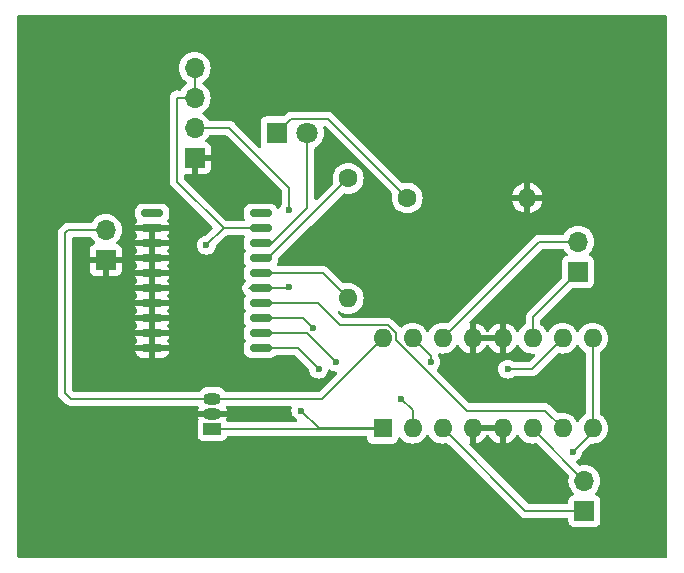
<source format=gtl>
G04 #@! TF.GenerationSoftware,KiCad,Pcbnew,8.0.1*
G04 #@! TF.CreationDate,2024-05-12T16:03:36-04:00*
G04 #@! TF.ProjectId,recyclobot_main,72656379-636c-46f6-926f-745f6d61696e,rev?*
G04 #@! TF.SameCoordinates,Original*
G04 #@! TF.FileFunction,Copper,L1,Top*
G04 #@! TF.FilePolarity,Positive*
%FSLAX46Y46*%
G04 Gerber Fmt 4.6, Leading zero omitted, Abs format (unit mm)*
G04 Created by KiCad (PCBNEW 8.0.1) date 2024-05-12 16:03:36*
%MOMM*%
%LPD*%
G01*
G04 APERTURE LIST*
G04 Aperture macros list*
%AMRoundRect*
0 Rectangle with rounded corners*
0 $1 Rounding radius*
0 $2 $3 $4 $5 $6 $7 $8 $9 X,Y pos of 4 corners*
0 Add a 4 corners polygon primitive as box body*
4,1,4,$2,$3,$4,$5,$6,$7,$8,$9,$2,$3,0*
0 Add four circle primitives for the rounded corners*
1,1,$1+$1,$2,$3*
1,1,$1+$1,$4,$5*
1,1,$1+$1,$6,$7*
1,1,$1+$1,$8,$9*
0 Add four rect primitives between the rounded corners*
20,1,$1+$1,$2,$3,$4,$5,0*
20,1,$1+$1,$4,$5,$6,$7,0*
20,1,$1+$1,$6,$7,$8,$9,0*
20,1,$1+$1,$8,$9,$2,$3,0*%
G04 Aperture macros list end*
G04 #@! TA.AperFunction,ComponentPad*
%ADD10R,1.500000X1.050000*%
G04 #@! TD*
G04 #@! TA.AperFunction,ComponentPad*
%ADD11O,1.500000X1.050000*%
G04 #@! TD*
G04 #@! TA.AperFunction,ComponentPad*
%ADD12R,1.600000X1.600000*%
G04 #@! TD*
G04 #@! TA.AperFunction,ComponentPad*
%ADD13O,1.600000X1.600000*%
G04 #@! TD*
G04 #@! TA.AperFunction,SMDPad,CuDef*
%ADD14RoundRect,0.150000X-0.800000X-0.150000X0.800000X-0.150000X0.800000X0.150000X-0.800000X0.150000X0*%
G04 #@! TD*
G04 #@! TA.AperFunction,ComponentPad*
%ADD15C,1.600000*%
G04 #@! TD*
G04 #@! TA.AperFunction,ComponentPad*
%ADD16R,1.700000X1.700000*%
G04 #@! TD*
G04 #@! TA.AperFunction,ComponentPad*
%ADD17O,1.700000X1.700000*%
G04 #@! TD*
G04 #@! TA.AperFunction,ComponentPad*
%ADD18R,1.800000X1.800000*%
G04 #@! TD*
G04 #@! TA.AperFunction,ComponentPad*
%ADD19C,1.800000*%
G04 #@! TD*
G04 #@! TA.AperFunction,ViaPad*
%ADD20C,0.600000*%
G04 #@! TD*
G04 #@! TA.AperFunction,Conductor*
%ADD21C,0.200000*%
G04 #@! TD*
G04 APERTURE END LIST*
D10*
X137000000Y-100540000D03*
D11*
X137000000Y-99270000D03*
X137000000Y-98000000D03*
D12*
X151420000Y-100500000D03*
D13*
X153960000Y-100500000D03*
X156500000Y-100500000D03*
X159040000Y-100500000D03*
X161580000Y-100500000D03*
X164120000Y-100500000D03*
X166660000Y-100500000D03*
X169200000Y-100500000D03*
X169200000Y-92880000D03*
X166660000Y-92880000D03*
X164120000Y-92880000D03*
X161580000Y-92880000D03*
X159040000Y-92880000D03*
X156500000Y-92880000D03*
X153960000Y-92880000D03*
X151420000Y-92880000D03*
D14*
X141100000Y-82285000D03*
X141100000Y-83555000D03*
X141100000Y-84825000D03*
X141100000Y-86095000D03*
X141100000Y-87365000D03*
X141100000Y-88635000D03*
X141100000Y-89905000D03*
X141100000Y-91175000D03*
X141100000Y-92445000D03*
X141100000Y-93715000D03*
X131900000Y-93715000D03*
X131900000Y-92445000D03*
X131900000Y-91175000D03*
X131900000Y-89905000D03*
X131900000Y-88635000D03*
X131900000Y-87365000D03*
X131900000Y-86095000D03*
X131900000Y-84825000D03*
X131900000Y-83555000D03*
X131900000Y-82285000D03*
D15*
X153500000Y-81000000D03*
D13*
X163660000Y-81000000D03*
D15*
X148500000Y-79340000D03*
D13*
X148500000Y-89500000D03*
D16*
X135500000Y-77620000D03*
D17*
X135500000Y-75080000D03*
X135500000Y-72540000D03*
X135500000Y-70000000D03*
D16*
X168500000Y-107500000D03*
D17*
X168500000Y-104960000D03*
D16*
X167975000Y-87250000D03*
D17*
X167975000Y-84710000D03*
D16*
X127975000Y-86250000D03*
D17*
X127975000Y-83710000D03*
D18*
X142500000Y-75500000D03*
D19*
X145040000Y-75500000D03*
D20*
X143500000Y-82000000D03*
X143500000Y-88500000D03*
X141500000Y-99700003D03*
X141000000Y-104000000D03*
X141500000Y-99000000D03*
X161000000Y-70000000D03*
X154500000Y-106000000D03*
X131000000Y-103500000D03*
X125000000Y-70500000D03*
X171000000Y-73000000D03*
X167500000Y-102500000D03*
X153000000Y-98000000D03*
X145500000Y-92000000D03*
X155500000Y-94900000D03*
X147500000Y-94900000D03*
X146000000Y-95500000D03*
X162000000Y-95500000D03*
X136500000Y-85000000D03*
X144500000Y-99000000D03*
D21*
X135500000Y-75080000D02*
X138428529Y-75080000D01*
X138428529Y-75080000D02*
X143500000Y-80151471D01*
X143500000Y-80151471D02*
X143500000Y-82000000D01*
X143500000Y-88500000D02*
X143365000Y-88635000D01*
X143365000Y-88635000D02*
X141100000Y-88635000D01*
X135620000Y-77500000D02*
X135500000Y-77620000D01*
X141500000Y-99000000D02*
X141500000Y-99700003D01*
X136500000Y-79500000D02*
X136500000Y-79400000D01*
X141100000Y-83555000D02*
X137945000Y-83555000D01*
X164120000Y-92880000D02*
X164120000Y-91105000D01*
X164120000Y-91105000D02*
X167975000Y-87250000D01*
X167975000Y-84710000D02*
X164670000Y-84710000D01*
X164670000Y-84710000D02*
X156500000Y-92880000D01*
X169200000Y-100800000D02*
X167500000Y-102500000D01*
X169200000Y-100500000D02*
X169200000Y-100800000D01*
X169200000Y-100500000D02*
X169200000Y-92880000D01*
X168500000Y-104960000D02*
X164120000Y-100580000D01*
X164120000Y-100580000D02*
X164120000Y-100500000D01*
X156500000Y-100500000D02*
X163500000Y-107500000D01*
X163500000Y-107500000D02*
X168500000Y-107500000D01*
X141100000Y-91175000D02*
X144675000Y-91175000D01*
X144675000Y-91175000D02*
X145500000Y-92000000D01*
X153000000Y-98000000D02*
X153960000Y-98960000D01*
X153960000Y-98960000D02*
X153960000Y-100500000D01*
X141100000Y-92445000D02*
X145045000Y-92445000D01*
X155500000Y-94900000D02*
X155500000Y-94420000D01*
X155500000Y-94420000D02*
X153960000Y-92880000D01*
X145045000Y-92445000D02*
X147500000Y-94900000D01*
X162000000Y-95500000D02*
X164040000Y-95500000D01*
X141100000Y-93715000D02*
X144215000Y-93715000D01*
X164040000Y-95500000D02*
X166660000Y-92880000D01*
X144215000Y-93715000D02*
X146000000Y-95500000D01*
X141100000Y-89905000D02*
X145905000Y-89905000D01*
X158524365Y-99000000D02*
X165160000Y-99000000D01*
X145905000Y-89905000D02*
X147780000Y-91780000D01*
X147780000Y-91780000D02*
X151875635Y-91780000D01*
X151875635Y-91780000D02*
X152520000Y-92424365D01*
X152520000Y-92424365D02*
X152520000Y-92995635D01*
X152520000Y-92995635D02*
X158524365Y-99000000D01*
X165160000Y-99000000D02*
X166660000Y-100500000D01*
X148500000Y-89500000D02*
X146365000Y-87365000D01*
X146365000Y-87365000D02*
X141100000Y-87365000D01*
X141100000Y-86095000D02*
X141745000Y-86095000D01*
X141745000Y-86095000D02*
X148500000Y-79340000D01*
X145040000Y-75500000D02*
X145040000Y-81834999D01*
X145040000Y-81834999D02*
X142049999Y-84825000D01*
X142049999Y-84825000D02*
X141100000Y-84825000D01*
X142500000Y-75500000D02*
X143700000Y-74300000D01*
X143700000Y-74300000D02*
X146800000Y-74300000D01*
X146800000Y-74300000D02*
X153500000Y-81000000D01*
X135500000Y-75080000D02*
X135500000Y-75500000D01*
X135500000Y-75500000D02*
X135680000Y-75500000D01*
X140135000Y-88635000D02*
X141100000Y-88635000D01*
X135500000Y-72540000D02*
X135500000Y-70000000D01*
X134000000Y-79610000D02*
X134000000Y-72500000D01*
X137945000Y-83555000D02*
X134000000Y-79610000D01*
X134000000Y-72500000D02*
X134040000Y-72540000D01*
X134040000Y-72540000D02*
X135500000Y-72540000D01*
X136500000Y-85000000D02*
X137945000Y-83555000D01*
X151420000Y-100500000D02*
X146000000Y-100500000D01*
X146000000Y-100500000D02*
X144500000Y-99000000D01*
X137000000Y-100540000D02*
X151380000Y-100540000D01*
X151380000Y-100540000D02*
X151420000Y-100500000D01*
X137000000Y-98000000D02*
X146300000Y-98000000D01*
X146300000Y-98000000D02*
X151420000Y-92880000D01*
X127975000Y-83710000D02*
X124790000Y-83710000D01*
X124500000Y-97500000D02*
X125000000Y-98000000D01*
X124790000Y-83710000D02*
X124500000Y-84000000D01*
X124500000Y-84000000D02*
X124500000Y-97500000D01*
X125000000Y-98000000D02*
X137000000Y-98000000D01*
G04 #@! TA.AperFunction,Conductor*
G36*
X161830000Y-101778872D02*
G01*
X162026317Y-101726269D01*
X162026326Y-101726265D01*
X162232482Y-101630134D01*
X162418820Y-101499657D01*
X162579657Y-101338820D01*
X162710132Y-101152484D01*
X162737341Y-101094134D01*
X162783513Y-101041695D01*
X162850707Y-101022542D01*
X162917588Y-101042757D01*
X162962106Y-101094133D01*
X162989431Y-101152732D01*
X162989432Y-101152734D01*
X163119954Y-101339141D01*
X163280858Y-101500045D01*
X163280861Y-101500047D01*
X163467266Y-101630568D01*
X163673504Y-101726739D01*
X163893308Y-101785635D01*
X164033932Y-101797938D01*
X164119998Y-101805468D01*
X164120000Y-101805468D01*
X164120002Y-101805468D01*
X164151421Y-101802719D01*
X164346692Y-101785635D01*
X164346700Y-101785633D01*
X164371935Y-101778871D01*
X164379835Y-101776754D01*
X164449685Y-101778415D01*
X164499612Y-101808847D01*
X167167233Y-104476468D01*
X167200718Y-104537791D01*
X167199327Y-104596241D01*
X167164939Y-104724583D01*
X167164936Y-104724596D01*
X167144341Y-104959999D01*
X167144341Y-104960000D01*
X167164936Y-105195403D01*
X167164938Y-105195413D01*
X167226094Y-105423655D01*
X167226096Y-105423659D01*
X167226097Y-105423663D01*
X167325965Y-105637830D01*
X167325967Y-105637834D01*
X167434281Y-105792521D01*
X167461501Y-105831396D01*
X167461506Y-105831402D01*
X167583430Y-105953326D01*
X167616915Y-106014649D01*
X167611931Y-106084341D01*
X167570059Y-106140274D01*
X167539083Y-106157189D01*
X167407669Y-106206203D01*
X167407664Y-106206206D01*
X167292455Y-106292452D01*
X167292452Y-106292455D01*
X167206206Y-106407664D01*
X167206202Y-106407671D01*
X167155908Y-106542517D01*
X167149501Y-106602116D01*
X167149501Y-106602123D01*
X167149500Y-106602135D01*
X167149500Y-106775500D01*
X167129815Y-106842539D01*
X167077011Y-106888294D01*
X167025500Y-106899500D01*
X163800097Y-106899500D01*
X163733058Y-106879815D01*
X163712416Y-106863181D01*
X158798378Y-101949143D01*
X158764893Y-101887820D01*
X158769877Y-101818128D01*
X158790000Y-101790910D01*
X158790000Y-100815686D01*
X158794394Y-100820080D01*
X158885606Y-100872741D01*
X158987339Y-100900000D01*
X159092661Y-100900000D01*
X159194394Y-100872741D01*
X159285606Y-100820080D01*
X159290000Y-100815686D01*
X159290000Y-101778872D01*
X159486317Y-101726269D01*
X159486326Y-101726265D01*
X159692482Y-101630134D01*
X159878820Y-101499657D01*
X160039657Y-101338820D01*
X160170134Y-101152481D01*
X160170135Y-101152479D01*
X160197618Y-101093543D01*
X160243790Y-101041103D01*
X160310983Y-101021951D01*
X160377864Y-101042166D01*
X160422382Y-101093543D01*
X160449864Y-101152479D01*
X160449865Y-101152481D01*
X160580342Y-101338820D01*
X160741179Y-101499657D01*
X160927517Y-101630134D01*
X161133673Y-101726265D01*
X161133682Y-101726269D01*
X161329999Y-101778872D01*
X161330000Y-101778871D01*
X161330000Y-100815686D01*
X161334394Y-100820080D01*
X161425606Y-100872741D01*
X161527339Y-100900000D01*
X161632661Y-100900000D01*
X161734394Y-100872741D01*
X161825606Y-100820080D01*
X161830000Y-100815686D01*
X161830000Y-101778872D01*
G37*
G04 #@! TD.AperFunction*
G04 #@! TA.AperFunction,Conductor*
G36*
X161259920Y-100254394D02*
G01*
X161207259Y-100345606D01*
X161180000Y-100447339D01*
X161180000Y-100552661D01*
X161207259Y-100654394D01*
X161259920Y-100745606D01*
X161264314Y-100750000D01*
X159355686Y-100750000D01*
X159360080Y-100745606D01*
X159412741Y-100654394D01*
X159440000Y-100552661D01*
X159440000Y-100447339D01*
X159412741Y-100345606D01*
X159360080Y-100254394D01*
X159355686Y-100250000D01*
X161264314Y-100250000D01*
X161259920Y-100254394D01*
G37*
G04 #@! TD.AperFunction*
G04 #@! TA.AperFunction,Conductor*
G36*
X161830000Y-94158872D02*
G01*
X162026317Y-94106269D01*
X162026326Y-94106265D01*
X162232482Y-94010134D01*
X162418820Y-93879657D01*
X162579657Y-93718820D01*
X162710132Y-93532484D01*
X162737341Y-93474134D01*
X162783513Y-93421695D01*
X162850707Y-93402542D01*
X162917588Y-93422757D01*
X162962105Y-93474132D01*
X162973844Y-93499306D01*
X162989431Y-93532732D01*
X162989432Y-93532734D01*
X163119954Y-93719141D01*
X163280858Y-93880045D01*
X163280861Y-93880047D01*
X163467266Y-94010568D01*
X163673504Y-94106739D01*
X163893308Y-94165635D01*
X164037144Y-94178219D01*
X164119998Y-94185468D01*
X164119999Y-94185468D01*
X164119999Y-94185467D01*
X164120000Y-94185468D01*
X164202848Y-94178219D01*
X164271345Y-94191985D01*
X164321529Y-94240600D01*
X164337463Y-94308628D01*
X164314088Y-94374472D01*
X164301335Y-94389428D01*
X163827584Y-94863181D01*
X163766261Y-94896666D01*
X163739903Y-94899500D01*
X162582412Y-94899500D01*
X162515373Y-94879815D01*
X162505097Y-94872445D01*
X162502263Y-94870185D01*
X162502262Y-94870184D01*
X162445496Y-94834515D01*
X162349523Y-94774211D01*
X162179254Y-94714631D01*
X162179249Y-94714630D01*
X162000004Y-94694435D01*
X161999996Y-94694435D01*
X161820750Y-94714630D01*
X161820745Y-94714631D01*
X161650476Y-94774211D01*
X161497737Y-94870184D01*
X161370184Y-94997737D01*
X161274211Y-95150476D01*
X161214631Y-95320745D01*
X161214630Y-95320750D01*
X161194435Y-95499996D01*
X161194435Y-95500003D01*
X161214630Y-95679249D01*
X161214631Y-95679254D01*
X161274211Y-95849523D01*
X161370184Y-96002262D01*
X161497738Y-96129816D01*
X161650478Y-96225789D01*
X161820745Y-96285368D01*
X161820750Y-96285369D01*
X161999996Y-96305565D01*
X162000000Y-96305565D01*
X162000004Y-96305565D01*
X162179249Y-96285369D01*
X162179252Y-96285368D01*
X162179255Y-96285368D01*
X162349522Y-96225789D01*
X162502262Y-96129816D01*
X162502267Y-96129810D01*
X162505097Y-96127555D01*
X162507275Y-96126665D01*
X162508158Y-96126111D01*
X162508255Y-96126265D01*
X162569783Y-96101145D01*
X162582412Y-96100500D01*
X163953331Y-96100500D01*
X163953347Y-96100501D01*
X163960943Y-96100501D01*
X164119054Y-96100501D01*
X164119057Y-96100501D01*
X164271785Y-96059577D01*
X164321904Y-96030639D01*
X164408716Y-95980520D01*
X164520520Y-95868716D01*
X164520520Y-95868714D01*
X164530728Y-95858507D01*
X164530730Y-95858504D01*
X166217294Y-94171939D01*
X166278615Y-94138456D01*
X166337066Y-94139847D01*
X166356604Y-94145082D01*
X166433308Y-94165635D01*
X166577144Y-94178219D01*
X166659998Y-94185468D01*
X166660000Y-94185468D01*
X166660002Y-94185468D01*
X166716673Y-94180509D01*
X166886692Y-94165635D01*
X167106496Y-94106739D01*
X167312734Y-94010568D01*
X167499139Y-93880047D01*
X167660047Y-93719139D01*
X167790568Y-93532734D01*
X167817618Y-93474724D01*
X167863790Y-93422285D01*
X167930983Y-93403133D01*
X167997865Y-93423348D01*
X168042382Y-93474725D01*
X168069429Y-93532728D01*
X168069432Y-93532734D01*
X168199954Y-93719141D01*
X168360858Y-93880045D01*
X168360861Y-93880047D01*
X168546624Y-94010118D01*
X168590248Y-94064693D01*
X168599500Y-94111692D01*
X168599500Y-99268306D01*
X168579815Y-99335345D01*
X168546623Y-99369881D01*
X168360859Y-99499953D01*
X168199954Y-99660858D01*
X168069432Y-99847265D01*
X168069431Y-99847267D01*
X168042382Y-99905275D01*
X167996209Y-99957714D01*
X167929016Y-99976866D01*
X167862135Y-99956650D01*
X167817618Y-99905275D01*
X167797989Y-99863181D01*
X167790568Y-99847266D01*
X167660047Y-99660861D01*
X167660045Y-99660858D01*
X167499141Y-99499954D01*
X167312734Y-99369432D01*
X167312732Y-99369431D01*
X167106497Y-99273261D01*
X167106488Y-99273258D01*
X166886697Y-99214366D01*
X166886693Y-99214365D01*
X166886692Y-99214365D01*
X166886691Y-99214364D01*
X166886686Y-99214364D01*
X166660002Y-99194532D01*
X166659998Y-99194532D01*
X166433313Y-99214364D01*
X166433302Y-99214366D01*
X166337067Y-99240152D01*
X166267217Y-99238489D01*
X166217293Y-99208058D01*
X165647590Y-98638355D01*
X165647588Y-98638352D01*
X165528716Y-98519480D01*
X165528709Y-98519475D01*
X165426936Y-98460717D01*
X165426934Y-98460716D01*
X165391790Y-98440425D01*
X165391789Y-98440424D01*
X165379263Y-98437067D01*
X165239057Y-98399499D01*
X165080943Y-98399499D01*
X165073347Y-98399499D01*
X165073331Y-98399500D01*
X158824462Y-98399500D01*
X158757423Y-98379815D01*
X158736781Y-98363181D01*
X156040520Y-95666920D01*
X156007035Y-95605597D01*
X156012019Y-95535905D01*
X156040520Y-95491558D01*
X156129816Y-95402262D01*
X156225789Y-95249522D01*
X156285368Y-95079255D01*
X156294553Y-94997737D01*
X156305565Y-94900003D01*
X156305565Y-94899996D01*
X156285369Y-94720750D01*
X156285368Y-94720745D01*
X156267366Y-94669298D01*
X156225789Y-94550478D01*
X156201674Y-94512100D01*
X156129815Y-94397737D01*
X156125475Y-94392295D01*
X156127521Y-94390662D01*
X156101959Y-94346388D01*
X156100501Y-94340946D01*
X156100501Y-94340943D01*
X156092114Y-94309643D01*
X156093777Y-94239796D01*
X156132939Y-94181933D01*
X156197168Y-94154429D01*
X156243980Y-94157776D01*
X156273308Y-94165635D01*
X156417144Y-94178219D01*
X156499998Y-94185468D01*
X156500000Y-94185468D01*
X156500002Y-94185468D01*
X156556673Y-94180509D01*
X156726692Y-94165635D01*
X156946496Y-94106739D01*
X157152734Y-94010568D01*
X157339139Y-93880047D01*
X157500047Y-93719139D01*
X157630568Y-93532734D01*
X157657895Y-93474129D01*
X157704064Y-93421695D01*
X157771257Y-93402542D01*
X157838139Y-93422757D01*
X157882657Y-93474133D01*
X157909865Y-93532482D01*
X158040342Y-93718820D01*
X158201179Y-93879657D01*
X158387517Y-94010134D01*
X158593673Y-94106265D01*
X158593682Y-94106269D01*
X158789999Y-94158872D01*
X158790000Y-94158871D01*
X158790000Y-93195686D01*
X158794394Y-93200080D01*
X158885606Y-93252741D01*
X158987339Y-93280000D01*
X159092661Y-93280000D01*
X159194394Y-93252741D01*
X159285606Y-93200080D01*
X159290000Y-93195686D01*
X159290000Y-94158872D01*
X159486317Y-94106269D01*
X159486326Y-94106265D01*
X159692482Y-94010134D01*
X159878820Y-93879657D01*
X160039657Y-93718820D01*
X160170134Y-93532481D01*
X160170135Y-93532479D01*
X160197618Y-93473543D01*
X160243790Y-93421103D01*
X160310983Y-93401951D01*
X160377864Y-93422166D01*
X160422382Y-93473543D01*
X160449864Y-93532479D01*
X160449865Y-93532481D01*
X160580342Y-93718820D01*
X160741179Y-93879657D01*
X160927517Y-94010134D01*
X161133673Y-94106265D01*
X161133682Y-94106269D01*
X161329999Y-94158872D01*
X161330000Y-94158871D01*
X161330000Y-93195686D01*
X161334394Y-93200080D01*
X161425606Y-93252741D01*
X161527339Y-93280000D01*
X161632661Y-93280000D01*
X161734394Y-93252741D01*
X161825606Y-93200080D01*
X161830000Y-93195686D01*
X161830000Y-94158872D01*
G37*
G04 #@! TD.AperFunction*
G04 #@! TA.AperFunction,Conductor*
G36*
X143683976Y-98620185D02*
G01*
X143729731Y-98672989D01*
X143739675Y-98742147D01*
X143733978Y-98765455D01*
X143714633Y-98820737D01*
X143714630Y-98820750D01*
X143694435Y-98999996D01*
X143694435Y-99000003D01*
X143714630Y-99179249D01*
X143714631Y-99179254D01*
X143774211Y-99349523D01*
X143860492Y-99486838D01*
X143870184Y-99502262D01*
X143997738Y-99629816D01*
X144041724Y-99657454D01*
X144126155Y-99710506D01*
X144172446Y-99762841D01*
X144183094Y-99831895D01*
X144154719Y-99895743D01*
X144096329Y-99934115D01*
X144060183Y-99939500D01*
X138342115Y-99939500D01*
X138275076Y-99919815D01*
X138229321Y-99867011D01*
X138225933Y-99858833D01*
X138193797Y-99772670D01*
X138193795Y-99772668D01*
X138192618Y-99771095D01*
X138191931Y-99769255D01*
X138189547Y-99764888D01*
X138190175Y-99764544D01*
X138168203Y-99705630D01*
X138177326Y-99649333D01*
X138210610Y-99568978D01*
X138210611Y-99568974D01*
X138220353Y-99520000D01*
X137855671Y-99520000D01*
X137842415Y-99519289D01*
X137797873Y-99514500D01*
X137797872Y-99514500D01*
X137285830Y-99514500D01*
X137300075Y-99500255D01*
X137349444Y-99414745D01*
X137375000Y-99319370D01*
X137375000Y-99220630D01*
X137349444Y-99125255D01*
X137300075Y-99039745D01*
X137285830Y-99025500D01*
X137326004Y-99025500D01*
X137326004Y-99025499D01*
X137339473Y-99022820D01*
X137341674Y-99022383D01*
X137365866Y-99020000D01*
X138220353Y-99020000D01*
X138210612Y-98971025D01*
X138210609Y-98971016D01*
X138133343Y-98784478D01*
X138132525Y-98782946D01*
X138132338Y-98782052D01*
X138131013Y-98778851D01*
X138131620Y-98778599D01*
X138118287Y-98714542D01*
X138143292Y-98649300D01*
X138199600Y-98607933D01*
X138241887Y-98600500D01*
X143616937Y-98600500D01*
X143683976Y-98620185D01*
G37*
G04 #@! TD.AperFunction*
G04 #@! TA.AperFunction,Conductor*
G36*
X161259920Y-92634394D02*
G01*
X161207259Y-92725606D01*
X161180000Y-92827339D01*
X161180000Y-92932661D01*
X161207259Y-93034394D01*
X161259920Y-93125606D01*
X161264314Y-93130000D01*
X159355686Y-93130000D01*
X159360080Y-93125606D01*
X159412741Y-93034394D01*
X159440000Y-92932661D01*
X159440000Y-92827339D01*
X159412741Y-92725606D01*
X159360080Y-92634394D01*
X159355686Y-92630000D01*
X161264314Y-92630000D01*
X161259920Y-92634394D01*
G37*
G04 #@! TD.AperFunction*
G04 #@! TA.AperFunction,Conductor*
G36*
X166752948Y-85330185D02*
G01*
X166798292Y-85382097D01*
X166800965Y-85387830D01*
X166936501Y-85581396D01*
X166936506Y-85581402D01*
X167058430Y-85703326D01*
X167091915Y-85764649D01*
X167086931Y-85834341D01*
X167045059Y-85890274D01*
X167014083Y-85907189D01*
X166882669Y-85956203D01*
X166882664Y-85956206D01*
X166767455Y-86042452D01*
X166767452Y-86042455D01*
X166681206Y-86157664D01*
X166681202Y-86157671D01*
X166630908Y-86292517D01*
X166624501Y-86352116D01*
X166624501Y-86352123D01*
X166624500Y-86352135D01*
X166624500Y-87699902D01*
X166604815Y-87766941D01*
X166588181Y-87787583D01*
X163639481Y-90736282D01*
X163639480Y-90736284D01*
X163599537Y-90805468D01*
X163560423Y-90873215D01*
X163519499Y-91025943D01*
X163519499Y-91025945D01*
X163519499Y-91194046D01*
X163519500Y-91194059D01*
X163519500Y-91648306D01*
X163499815Y-91715345D01*
X163466623Y-91749881D01*
X163280859Y-91879953D01*
X163119954Y-92040858D01*
X162989433Y-92227264D01*
X162989432Y-92227266D01*
X162973924Y-92260524D01*
X162962106Y-92285867D01*
X162915933Y-92338306D01*
X162848739Y-92357457D01*
X162781858Y-92337241D01*
X162737342Y-92285865D01*
X162710135Y-92227520D01*
X162710134Y-92227518D01*
X162579657Y-92041179D01*
X162418820Y-91880342D01*
X162232482Y-91749865D01*
X162026328Y-91653734D01*
X161830000Y-91601127D01*
X161830000Y-92564314D01*
X161825606Y-92559920D01*
X161734394Y-92507259D01*
X161632661Y-92480000D01*
X161527339Y-92480000D01*
X161425606Y-92507259D01*
X161334394Y-92559920D01*
X161330000Y-92564314D01*
X161330000Y-91601127D01*
X161133671Y-91653734D01*
X160927517Y-91749865D01*
X160741179Y-91880342D01*
X160580342Y-92041179D01*
X160449865Y-92227517D01*
X160422382Y-92286457D01*
X160376210Y-92338896D01*
X160309016Y-92358048D01*
X160242135Y-92337832D01*
X160197618Y-92286457D01*
X160170134Y-92227517D01*
X160039657Y-92041179D01*
X159878820Y-91880342D01*
X159692482Y-91749865D01*
X159486328Y-91653734D01*
X159290000Y-91601127D01*
X159290000Y-92564314D01*
X159285606Y-92559920D01*
X159194394Y-92507259D01*
X159092661Y-92480000D01*
X158987339Y-92480000D01*
X158885606Y-92507259D01*
X158794394Y-92559920D01*
X158790000Y-92564314D01*
X158790000Y-91588740D01*
X158769369Y-91560487D01*
X158765214Y-91490741D01*
X158798375Y-91430858D01*
X164882417Y-85346819D01*
X164943740Y-85313334D01*
X164970098Y-85310500D01*
X166685909Y-85310500D01*
X166752948Y-85330185D01*
G37*
G04 #@! TD.AperFunction*
G04 #@! TA.AperFunction,Conductor*
G36*
X138195471Y-75700185D02*
G01*
X138216113Y-75716819D01*
X142863181Y-80363887D01*
X142896666Y-80425210D01*
X142899500Y-80451568D01*
X142899500Y-81417587D01*
X142879815Y-81484626D01*
X142872450Y-81494896D01*
X142870186Y-81497734D01*
X142774211Y-81650476D01*
X142712332Y-81827318D01*
X142709866Y-81826455D01*
X142681595Y-81876982D01*
X142619929Y-81909831D01*
X142550293Y-81904127D01*
X142494795Y-81861679D01*
X142488093Y-81851520D01*
X142480772Y-81839141D01*
X142418081Y-81733135D01*
X142418079Y-81733133D01*
X142418076Y-81733129D01*
X142301870Y-81616923D01*
X142301862Y-81616917D01*
X142223681Y-81570681D01*
X142160398Y-81533256D01*
X142160397Y-81533255D01*
X142160396Y-81533255D01*
X142160393Y-81533254D01*
X142002573Y-81487402D01*
X142002567Y-81487401D01*
X141965701Y-81484500D01*
X141965694Y-81484500D01*
X140234306Y-81484500D01*
X140234298Y-81484500D01*
X140197432Y-81487401D01*
X140197426Y-81487402D01*
X140039606Y-81533254D01*
X140039603Y-81533255D01*
X139898137Y-81616917D01*
X139898129Y-81616923D01*
X139781923Y-81733129D01*
X139781917Y-81733137D01*
X139698255Y-81874603D01*
X139698254Y-81874606D01*
X139652402Y-82032426D01*
X139652401Y-82032432D01*
X139649500Y-82069298D01*
X139649500Y-82500701D01*
X139652401Y-82537567D01*
X139652402Y-82537573D01*
X139698254Y-82695393D01*
X139698257Y-82695400D01*
X139740825Y-82767380D01*
X139758008Y-82835104D01*
X139735848Y-82901366D01*
X139681381Y-82945129D01*
X139634093Y-82954500D01*
X138245098Y-82954500D01*
X138178059Y-82934815D01*
X138157417Y-82918181D01*
X134636819Y-79397583D01*
X134603334Y-79336260D01*
X134600500Y-79309902D01*
X134600500Y-79094000D01*
X134620185Y-79026961D01*
X134672989Y-78981206D01*
X134724500Y-78970000D01*
X135250000Y-78970000D01*
X135250000Y-78053012D01*
X135307007Y-78085925D01*
X135434174Y-78120000D01*
X135565826Y-78120000D01*
X135692993Y-78085925D01*
X135750000Y-78053012D01*
X135750000Y-78970000D01*
X136397828Y-78970000D01*
X136397844Y-78969999D01*
X136457372Y-78963598D01*
X136457379Y-78963596D01*
X136592086Y-78913354D01*
X136592093Y-78913350D01*
X136707187Y-78827190D01*
X136707190Y-78827187D01*
X136793350Y-78712093D01*
X136793354Y-78712086D01*
X136843596Y-78577379D01*
X136843598Y-78577372D01*
X136849999Y-78517844D01*
X136850000Y-78517827D01*
X136850000Y-77870000D01*
X135933012Y-77870000D01*
X135965925Y-77812993D01*
X136000000Y-77685826D01*
X136000000Y-77554174D01*
X135965925Y-77427007D01*
X135933012Y-77370000D01*
X136850000Y-77370000D01*
X136850000Y-76722172D01*
X136849999Y-76722155D01*
X136843598Y-76662627D01*
X136843596Y-76662620D01*
X136793354Y-76527913D01*
X136793350Y-76527906D01*
X136707190Y-76412812D01*
X136707187Y-76412809D01*
X136592093Y-76326649D01*
X136592088Y-76326646D01*
X136460528Y-76277577D01*
X136404595Y-76235705D01*
X136380178Y-76170241D01*
X136395030Y-76101968D01*
X136416175Y-76073720D01*
X136538495Y-75951401D01*
X136674035Y-75757830D01*
X136676707Y-75752097D01*
X136722878Y-75699658D01*
X136789091Y-75680500D01*
X138128432Y-75680500D01*
X138195471Y-75700185D01*
G37*
G04 #@! TD.AperFunction*
G04 #@! TA.AperFunction,Conductor*
G36*
X175442539Y-65520185D02*
G01*
X175488294Y-65572989D01*
X175499500Y-65624500D01*
X175499500Y-111375500D01*
X175479815Y-111442539D01*
X175427011Y-111488294D01*
X175375500Y-111499500D01*
X120624500Y-111499500D01*
X120557461Y-111479815D01*
X120511706Y-111427011D01*
X120500500Y-111375500D01*
X120500500Y-97579054D01*
X123899498Y-97579054D01*
X123899499Y-97579057D01*
X123940423Y-97731785D01*
X123947837Y-97744626D01*
X123947838Y-97744627D01*
X123947838Y-97744628D01*
X124019477Y-97868712D01*
X124019479Y-97868715D01*
X124019480Y-97868716D01*
X124131284Y-97980520D01*
X124131285Y-97980521D01*
X124631284Y-98480520D01*
X124631286Y-98480521D01*
X124631290Y-98480524D01*
X124768209Y-98559573D01*
X124768212Y-98559575D01*
X124768216Y-98559577D01*
X124920943Y-98600501D01*
X124920945Y-98600501D01*
X125086654Y-98600501D01*
X125086670Y-98600500D01*
X135758114Y-98600500D01*
X135825153Y-98620185D01*
X135870908Y-98672989D01*
X135880852Y-98742147D01*
X135868837Y-98778788D01*
X135868987Y-98778851D01*
X135868169Y-98780824D01*
X135867470Y-98782958D01*
X135866652Y-98784487D01*
X135789390Y-98971016D01*
X135789387Y-98971025D01*
X135779647Y-99020000D01*
X136634134Y-99020000D01*
X136658326Y-99022383D01*
X136661123Y-99022939D01*
X136673995Y-99025499D01*
X136673996Y-99025500D01*
X136673997Y-99025500D01*
X136714170Y-99025500D01*
X136699925Y-99039745D01*
X136650556Y-99125255D01*
X136625000Y-99220630D01*
X136625000Y-99319370D01*
X136650556Y-99414745D01*
X136699925Y-99500255D01*
X136714170Y-99514500D01*
X136202129Y-99514500D01*
X136202125Y-99514501D01*
X136169577Y-99518000D01*
X136157576Y-99519290D01*
X136144325Y-99520000D01*
X135779647Y-99520000D01*
X135789387Y-99568974D01*
X135789390Y-99568983D01*
X135822673Y-99649335D01*
X135830142Y-99718804D01*
X135810156Y-99764723D01*
X135810454Y-99764886D01*
X135808636Y-99768213D01*
X135807385Y-99771090D01*
X135806206Y-99772664D01*
X135806202Y-99772671D01*
X135755908Y-99907517D01*
X135749501Y-99967116D01*
X135749500Y-99967135D01*
X135749500Y-101112870D01*
X135749501Y-101112876D01*
X135755908Y-101172483D01*
X135806202Y-101307328D01*
X135806206Y-101307335D01*
X135892452Y-101422544D01*
X135892455Y-101422547D01*
X136007664Y-101508793D01*
X136007671Y-101508797D01*
X136142517Y-101559091D01*
X136142516Y-101559091D01*
X136149444Y-101559835D01*
X136202127Y-101565500D01*
X137797872Y-101565499D01*
X137857483Y-101559091D01*
X137992331Y-101508796D01*
X138107546Y-101422546D01*
X138193796Y-101307331D01*
X138209771Y-101264500D01*
X138225934Y-101221166D01*
X138267806Y-101165233D01*
X138333270Y-101140816D01*
X138342116Y-101140500D01*
X149995501Y-101140500D01*
X150062540Y-101160185D01*
X150108295Y-101212989D01*
X150119501Y-101264500D01*
X150119501Y-101347876D01*
X150125908Y-101407483D01*
X150176202Y-101542328D01*
X150176206Y-101542335D01*
X150262452Y-101657544D01*
X150262455Y-101657547D01*
X150377664Y-101743793D01*
X150377671Y-101743797D01*
X150512517Y-101794091D01*
X150512516Y-101794091D01*
X150519444Y-101794835D01*
X150572127Y-101800500D01*
X152267872Y-101800499D01*
X152327483Y-101794091D01*
X152462331Y-101743796D01*
X152577546Y-101657546D01*
X152663796Y-101542331D01*
X152714091Y-101407483D01*
X152717862Y-101372401D01*
X152744599Y-101307855D01*
X152801990Y-101268006D01*
X152871816Y-101265511D01*
X152931905Y-101301163D01*
X152942726Y-101314536D01*
X152959956Y-101339143D01*
X153120858Y-101500045D01*
X153120861Y-101500047D01*
X153307266Y-101630568D01*
X153513504Y-101726739D01*
X153733308Y-101785635D01*
X153873932Y-101797938D01*
X153959998Y-101805468D01*
X153960000Y-101805468D01*
X153960002Y-101805468D01*
X154019070Y-101800300D01*
X154186692Y-101785635D01*
X154406496Y-101726739D01*
X154612734Y-101630568D01*
X154799139Y-101500047D01*
X154960047Y-101339139D01*
X155090568Y-101152734D01*
X155117618Y-101094724D01*
X155163790Y-101042285D01*
X155230983Y-101023133D01*
X155297865Y-101043348D01*
X155342382Y-101094725D01*
X155369429Y-101152728D01*
X155369432Y-101152734D01*
X155499954Y-101339141D01*
X155660858Y-101500045D01*
X155660861Y-101500047D01*
X155847266Y-101630568D01*
X156053504Y-101726739D01*
X156273308Y-101785635D01*
X156413932Y-101797938D01*
X156499998Y-101805468D01*
X156500000Y-101805468D01*
X156500002Y-101805468D01*
X156559070Y-101800300D01*
X156726692Y-101785635D01*
X156822932Y-101759847D01*
X156892781Y-101761510D01*
X156942706Y-101791941D01*
X163015139Y-107864374D01*
X163015149Y-107864385D01*
X163019479Y-107868715D01*
X163019480Y-107868716D01*
X163131284Y-107980520D01*
X163218095Y-108030639D01*
X163218097Y-108030641D01*
X163256151Y-108052611D01*
X163268215Y-108059577D01*
X163420943Y-108100501D01*
X163420946Y-108100501D01*
X163586653Y-108100501D01*
X163586669Y-108100500D01*
X167025501Y-108100500D01*
X167092540Y-108120185D01*
X167138295Y-108172989D01*
X167149501Y-108224500D01*
X167149501Y-108397876D01*
X167155908Y-108457483D01*
X167206202Y-108592328D01*
X167206206Y-108592335D01*
X167292452Y-108707544D01*
X167292455Y-108707547D01*
X167407664Y-108793793D01*
X167407671Y-108793797D01*
X167542517Y-108844091D01*
X167542516Y-108844091D01*
X167549444Y-108844835D01*
X167602127Y-108850500D01*
X169397872Y-108850499D01*
X169457483Y-108844091D01*
X169592331Y-108793796D01*
X169707546Y-108707546D01*
X169793796Y-108592331D01*
X169844091Y-108457483D01*
X169850500Y-108397873D01*
X169850499Y-106602128D01*
X169844091Y-106542517D01*
X169793796Y-106407669D01*
X169793795Y-106407668D01*
X169793793Y-106407664D01*
X169707547Y-106292455D01*
X169707544Y-106292452D01*
X169592335Y-106206206D01*
X169592328Y-106206202D01*
X169460917Y-106157189D01*
X169404983Y-106115318D01*
X169380566Y-106049853D01*
X169395418Y-105981580D01*
X169416563Y-105953332D01*
X169538495Y-105831401D01*
X169674035Y-105637830D01*
X169773903Y-105423663D01*
X169835063Y-105195408D01*
X169855659Y-104960000D01*
X169835063Y-104724592D01*
X169773903Y-104496337D01*
X169674035Y-104282171D01*
X169538495Y-104088599D01*
X169538494Y-104088597D01*
X169371402Y-103921506D01*
X169371395Y-103921501D01*
X169177834Y-103785967D01*
X169177830Y-103785965D01*
X168963663Y-103686097D01*
X168963659Y-103686096D01*
X168963655Y-103686094D01*
X168735413Y-103624938D01*
X168735403Y-103624936D01*
X168500001Y-103604341D01*
X168499999Y-103604341D01*
X168264596Y-103624936D01*
X168264583Y-103624939D01*
X168136241Y-103659327D01*
X168066392Y-103657664D01*
X168016468Y-103627233D01*
X167814821Y-103425586D01*
X167781336Y-103364263D01*
X167786320Y-103294571D01*
X167828192Y-103238638D01*
X167848704Y-103226183D01*
X167849518Y-103225790D01*
X167849522Y-103225789D01*
X168002262Y-103129816D01*
X168129816Y-103002262D01*
X168225789Y-102849522D01*
X168285368Y-102679255D01*
X168295161Y-102592329D01*
X168322226Y-102527918D01*
X168330690Y-102518543D01*
X169015450Y-101833783D01*
X169076771Y-101800300D01*
X169113933Y-101797938D01*
X169187147Y-101804343D01*
X169199999Y-101805468D01*
X169200000Y-101805468D01*
X169200002Y-101805468D01*
X169259070Y-101800300D01*
X169426692Y-101785635D01*
X169646496Y-101726739D01*
X169852734Y-101630568D01*
X170039139Y-101500047D01*
X170200047Y-101339139D01*
X170330568Y-101152734D01*
X170426739Y-100946496D01*
X170485635Y-100726692D01*
X170505468Y-100500000D01*
X170485635Y-100273308D01*
X170426739Y-100053504D01*
X170330568Y-99847266D01*
X170200047Y-99660861D01*
X170200045Y-99660858D01*
X170039140Y-99499953D01*
X169853377Y-99369881D01*
X169809752Y-99315304D01*
X169800500Y-99268306D01*
X169800500Y-94111692D01*
X169820185Y-94044653D01*
X169853374Y-94010119D01*
X170039139Y-93880047D01*
X170200047Y-93719139D01*
X170330568Y-93532734D01*
X170426739Y-93326496D01*
X170485635Y-93106692D01*
X170505468Y-92880000D01*
X170503315Y-92855396D01*
X170491960Y-92725606D01*
X170485635Y-92653308D01*
X170426739Y-92433504D01*
X170330568Y-92227266D01*
X170200047Y-92040861D01*
X170200045Y-92040858D01*
X170039141Y-91879954D01*
X169852734Y-91749432D01*
X169852732Y-91749431D01*
X169646497Y-91653261D01*
X169646488Y-91653258D01*
X169426697Y-91594366D01*
X169426693Y-91594365D01*
X169426692Y-91594365D01*
X169426691Y-91594364D01*
X169426686Y-91594364D01*
X169200002Y-91574532D01*
X169199998Y-91574532D01*
X168973313Y-91594364D01*
X168973302Y-91594366D01*
X168753511Y-91653258D01*
X168753502Y-91653261D01*
X168547267Y-91749431D01*
X168547265Y-91749432D01*
X168360858Y-91879954D01*
X168199954Y-92040858D01*
X168069432Y-92227265D01*
X168069431Y-92227267D01*
X168042382Y-92285275D01*
X167996209Y-92337714D01*
X167929016Y-92356866D01*
X167862135Y-92336650D01*
X167817618Y-92285275D01*
X167790568Y-92227266D01*
X167660047Y-92040861D01*
X167660045Y-92040858D01*
X167499141Y-91879954D01*
X167312734Y-91749432D01*
X167312732Y-91749431D01*
X167106497Y-91653261D01*
X167106488Y-91653258D01*
X166886697Y-91594366D01*
X166886693Y-91594365D01*
X166886692Y-91594365D01*
X166886691Y-91594364D01*
X166886686Y-91594364D01*
X166660002Y-91574532D01*
X166659998Y-91574532D01*
X166433313Y-91594364D01*
X166433302Y-91594366D01*
X166213511Y-91653258D01*
X166213502Y-91653261D01*
X166007267Y-91749431D01*
X166007265Y-91749432D01*
X165820858Y-91879954D01*
X165659954Y-92040858D01*
X165529432Y-92227265D01*
X165529431Y-92227267D01*
X165502382Y-92285275D01*
X165456209Y-92337714D01*
X165389016Y-92356866D01*
X165322135Y-92336650D01*
X165277618Y-92285275D01*
X165250568Y-92227266D01*
X165120047Y-92040861D01*
X165120045Y-92040858D01*
X164959140Y-91879953D01*
X164773377Y-91749881D01*
X164729752Y-91695304D01*
X164720500Y-91648306D01*
X164720500Y-91405096D01*
X164740185Y-91338057D01*
X164756814Y-91317420D01*
X167437416Y-88636817D01*
X167498739Y-88603333D01*
X167525097Y-88600499D01*
X168872871Y-88600499D01*
X168872872Y-88600499D01*
X168932483Y-88594091D01*
X169067331Y-88543796D01*
X169182546Y-88457546D01*
X169268796Y-88342331D01*
X169319091Y-88207483D01*
X169325500Y-88147873D01*
X169325499Y-86352128D01*
X169319091Y-86292517D01*
X169268796Y-86157669D01*
X169268795Y-86157668D01*
X169268793Y-86157664D01*
X169182547Y-86042455D01*
X169182544Y-86042452D01*
X169067335Y-85956206D01*
X169067328Y-85956202D01*
X168935917Y-85907189D01*
X168879983Y-85865318D01*
X168855566Y-85799853D01*
X168870418Y-85731580D01*
X168891563Y-85703332D01*
X169013495Y-85581401D01*
X169149035Y-85387830D01*
X169248903Y-85173663D01*
X169310063Y-84945408D01*
X169330659Y-84710000D01*
X169310063Y-84474592D01*
X169256372Y-84274211D01*
X169248905Y-84246344D01*
X169248904Y-84246343D01*
X169248903Y-84246337D01*
X169149035Y-84032171D01*
X169149034Y-84032169D01*
X169013494Y-83838597D01*
X168846402Y-83671506D01*
X168846395Y-83671501D01*
X168652834Y-83535967D01*
X168652830Y-83535965D01*
X168617478Y-83519480D01*
X168438663Y-83436097D01*
X168438659Y-83436096D01*
X168438655Y-83436094D01*
X168210413Y-83374938D01*
X168210403Y-83374936D01*
X167975001Y-83354341D01*
X167974999Y-83354341D01*
X167739596Y-83374936D01*
X167739586Y-83374938D01*
X167511344Y-83436094D01*
X167511335Y-83436098D01*
X167297171Y-83535964D01*
X167297169Y-83535965D01*
X167103597Y-83671505D01*
X166936506Y-83838596D01*
X166800965Y-84032170D01*
X166800962Y-84032175D01*
X166798289Y-84037909D01*
X166752115Y-84090346D01*
X166685909Y-84109500D01*
X164756670Y-84109500D01*
X164756654Y-84109499D01*
X164749058Y-84109499D01*
X164590943Y-84109499D01*
X164438215Y-84150423D01*
X164303867Y-84227989D01*
X164301281Y-84229482D01*
X156942705Y-91588058D01*
X156881382Y-91621543D01*
X156822931Y-91620152D01*
X156726697Y-91594366D01*
X156726693Y-91594365D01*
X156726692Y-91594365D01*
X156726691Y-91594364D01*
X156726686Y-91594364D01*
X156500002Y-91574532D01*
X156499998Y-91574532D01*
X156273313Y-91594364D01*
X156273302Y-91594366D01*
X156053511Y-91653258D01*
X156053502Y-91653261D01*
X155847267Y-91749431D01*
X155847265Y-91749432D01*
X155660858Y-91879954D01*
X155499954Y-92040858D01*
X155369432Y-92227265D01*
X155369431Y-92227267D01*
X155342382Y-92285275D01*
X155296209Y-92337714D01*
X155229016Y-92356866D01*
X155162135Y-92336650D01*
X155117618Y-92285275D01*
X155090568Y-92227266D01*
X154960047Y-92040861D01*
X154960045Y-92040858D01*
X154799141Y-91879954D01*
X154612734Y-91749432D01*
X154612732Y-91749431D01*
X154406497Y-91653261D01*
X154406488Y-91653258D01*
X154186697Y-91594366D01*
X154186693Y-91594365D01*
X154186692Y-91594365D01*
X154186691Y-91594364D01*
X154186686Y-91594364D01*
X153960002Y-91574532D01*
X153959998Y-91574532D01*
X153733313Y-91594364D01*
X153733302Y-91594366D01*
X153513511Y-91653258D01*
X153513502Y-91653261D01*
X153307267Y-91749431D01*
X153307265Y-91749432D01*
X153120861Y-91879952D01*
X153060521Y-91940291D01*
X152999197Y-91973775D01*
X152929506Y-91968789D01*
X152885160Y-91940289D01*
X152363225Y-91418355D01*
X152363223Y-91418352D01*
X152244352Y-91299481D01*
X152244351Y-91299480D01*
X152157539Y-91249360D01*
X152157539Y-91249359D01*
X152157535Y-91249358D01*
X152107420Y-91220423D01*
X151954692Y-91179499D01*
X151796578Y-91179499D01*
X151788982Y-91179499D01*
X151788966Y-91179500D01*
X148080097Y-91179500D01*
X148013058Y-91159815D01*
X147992416Y-91143181D01*
X147623741Y-90774506D01*
X147590256Y-90713183D01*
X147595240Y-90643491D01*
X147637112Y-90587558D01*
X147702576Y-90563141D01*
X147770849Y-90577993D01*
X147782541Y-90585247D01*
X147847266Y-90630568D01*
X148053504Y-90726739D01*
X148053509Y-90726740D01*
X148053511Y-90726741D01*
X148089130Y-90736285D01*
X148273308Y-90785635D01*
X148435230Y-90799801D01*
X148499998Y-90805468D01*
X148500000Y-90805468D01*
X148500002Y-90805468D01*
X148556673Y-90800509D01*
X148726692Y-90785635D01*
X148946496Y-90726739D01*
X149152734Y-90630568D01*
X149339139Y-90500047D01*
X149500047Y-90339139D01*
X149630568Y-90152734D01*
X149726739Y-89946496D01*
X149785635Y-89726692D01*
X149805468Y-89500000D01*
X149785635Y-89273308D01*
X149737273Y-89092819D01*
X149726741Y-89053511D01*
X149726738Y-89053502D01*
X149648164Y-88885001D01*
X149630568Y-88847266D01*
X149500047Y-88660861D01*
X149500045Y-88660858D01*
X149339141Y-88499954D01*
X149152734Y-88369432D01*
X149152732Y-88369431D01*
X148946497Y-88273261D01*
X148946488Y-88273258D01*
X148726697Y-88214366D01*
X148726693Y-88214365D01*
X148726692Y-88214365D01*
X148726691Y-88214364D01*
X148726686Y-88214364D01*
X148500002Y-88194532D01*
X148499998Y-88194532D01*
X148273313Y-88214364D01*
X148273302Y-88214366D01*
X148177067Y-88240152D01*
X148107217Y-88238489D01*
X148057293Y-88208058D01*
X146852590Y-87003355D01*
X146852588Y-87003352D01*
X146733717Y-86884481D01*
X146733709Y-86884475D01*
X146610143Y-86813135D01*
X146610140Y-86813134D01*
X146596785Y-86805423D01*
X146444057Y-86764499D01*
X146285943Y-86764499D01*
X146278347Y-86764499D01*
X146278331Y-86764500D01*
X142565907Y-86764500D01*
X142498868Y-86744815D01*
X142453113Y-86692011D01*
X142443169Y-86622853D01*
X142459175Y-86577380D01*
X142480973Y-86540518D01*
X142501744Y-86505398D01*
X142535505Y-86389191D01*
X142547597Y-86347573D01*
X142547598Y-86347567D01*
X142550500Y-86310694D01*
X142550500Y-86190097D01*
X142570185Y-86123058D01*
X142586819Y-86102416D01*
X145314299Y-83374936D01*
X148057295Y-80631939D01*
X148118616Y-80598456D01*
X148177067Y-80599846D01*
X148273308Y-80625635D01*
X148435230Y-80639801D01*
X148499998Y-80645468D01*
X148500000Y-80645468D01*
X148500002Y-80645468D01*
X148556673Y-80640509D01*
X148726692Y-80625635D01*
X148946496Y-80566739D01*
X149152734Y-80470568D01*
X149339139Y-80340047D01*
X149500047Y-80179139D01*
X149630568Y-79992734D01*
X149726739Y-79786496D01*
X149785635Y-79566692D01*
X149805468Y-79340000D01*
X149785635Y-79113308D01*
X149726739Y-78893504D01*
X149630568Y-78687266D01*
X149500047Y-78500861D01*
X149500045Y-78500858D01*
X149339141Y-78339954D01*
X149152734Y-78209432D01*
X149152732Y-78209431D01*
X148946497Y-78113261D01*
X148946488Y-78113258D01*
X148726697Y-78054366D01*
X148726693Y-78054365D01*
X148726692Y-78054365D01*
X148726691Y-78054364D01*
X148726686Y-78054364D01*
X148500002Y-78034532D01*
X148499998Y-78034532D01*
X148273313Y-78054364D01*
X148273302Y-78054366D01*
X148053511Y-78113258D01*
X148053502Y-78113261D01*
X147847267Y-78209431D01*
X147847265Y-78209432D01*
X147660858Y-78339954D01*
X147499954Y-78500858D01*
X147369432Y-78687265D01*
X147369431Y-78687267D01*
X147273261Y-78893502D01*
X147273258Y-78893511D01*
X147214366Y-79113302D01*
X147214364Y-79113313D01*
X147194532Y-79339998D01*
X147194532Y-79340001D01*
X147214364Y-79566686D01*
X147214365Y-79566694D01*
X147240152Y-79662929D01*
X147238489Y-79732779D01*
X147208058Y-79782704D01*
X145852181Y-81138582D01*
X145790858Y-81172067D01*
X145721166Y-81167083D01*
X145665233Y-81125211D01*
X145640816Y-81059747D01*
X145640500Y-81050901D01*
X145640500Y-76841343D01*
X145660185Y-76774304D01*
X145705483Y-76732288D01*
X145724207Y-76722155D01*
X145808626Y-76676470D01*
X145991784Y-76533913D01*
X146148979Y-76363153D01*
X146275924Y-76168849D01*
X146369157Y-75956300D01*
X146426134Y-75731305D01*
X146426135Y-75731297D01*
X146445300Y-75500006D01*
X146445300Y-75499993D01*
X146426135Y-75268702D01*
X146426131Y-75268682D01*
X146372004Y-75054941D01*
X146374628Y-74985120D01*
X146414584Y-74927803D01*
X146479185Y-74901186D01*
X146492209Y-74900500D01*
X146499903Y-74900500D01*
X146566942Y-74920185D01*
X146587584Y-74936819D01*
X152208058Y-80557293D01*
X152241543Y-80618616D01*
X152240152Y-80677067D01*
X152214366Y-80773302D01*
X152214364Y-80773313D01*
X152194532Y-80999998D01*
X152194532Y-81000001D01*
X152214364Y-81226686D01*
X152214366Y-81226697D01*
X152273258Y-81446488D01*
X152273261Y-81446497D01*
X152369431Y-81652732D01*
X152369432Y-81652734D01*
X152499954Y-81839141D01*
X152660858Y-82000045D01*
X152660861Y-82000047D01*
X152847266Y-82130568D01*
X153053504Y-82226739D01*
X153273308Y-82285635D01*
X153435230Y-82299801D01*
X153499998Y-82305468D01*
X153500000Y-82305468D01*
X153500002Y-82305468D01*
X153556673Y-82300509D01*
X153726692Y-82285635D01*
X153946496Y-82226739D01*
X154152734Y-82130568D01*
X154339139Y-82000047D01*
X154500047Y-81839139D01*
X154630568Y-81652734D01*
X154726739Y-81446496D01*
X154785635Y-81226692D01*
X154805468Y-81000000D01*
X154785635Y-80773308D01*
X154779389Y-80749999D01*
X162381127Y-80749999D01*
X162381128Y-80750000D01*
X163344314Y-80750000D01*
X163339920Y-80754394D01*
X163287259Y-80845606D01*
X163260000Y-80947339D01*
X163260000Y-81052661D01*
X163287259Y-81154394D01*
X163339920Y-81245606D01*
X163344314Y-81250000D01*
X162381128Y-81250000D01*
X162433730Y-81446317D01*
X162433734Y-81446326D01*
X162529865Y-81652482D01*
X162660342Y-81838820D01*
X162821179Y-81999657D01*
X163007517Y-82130134D01*
X163213673Y-82226265D01*
X163213682Y-82226269D01*
X163409999Y-82278872D01*
X163410000Y-82278871D01*
X163410000Y-81315686D01*
X163414394Y-81320080D01*
X163505606Y-81372741D01*
X163607339Y-81400000D01*
X163712661Y-81400000D01*
X163814394Y-81372741D01*
X163905606Y-81320080D01*
X163910000Y-81315686D01*
X163910000Y-82278872D01*
X164106317Y-82226269D01*
X164106326Y-82226265D01*
X164312482Y-82130134D01*
X164498820Y-81999657D01*
X164659657Y-81838820D01*
X164790134Y-81652482D01*
X164886265Y-81446326D01*
X164886269Y-81446317D01*
X164938872Y-81250000D01*
X163975686Y-81250000D01*
X163980080Y-81245606D01*
X164032741Y-81154394D01*
X164060000Y-81052661D01*
X164060000Y-80947339D01*
X164032741Y-80845606D01*
X163980080Y-80754394D01*
X163975686Y-80750000D01*
X164938872Y-80750000D01*
X164938872Y-80749999D01*
X164886269Y-80553682D01*
X164886265Y-80553673D01*
X164790134Y-80347517D01*
X164659657Y-80161179D01*
X164498820Y-80000342D01*
X164312482Y-79869865D01*
X164106328Y-79773734D01*
X163910000Y-79721127D01*
X163910000Y-80684314D01*
X163905606Y-80679920D01*
X163814394Y-80627259D01*
X163712661Y-80600000D01*
X163607339Y-80600000D01*
X163505606Y-80627259D01*
X163414394Y-80679920D01*
X163410000Y-80684314D01*
X163410000Y-79721127D01*
X163213671Y-79773734D01*
X163007517Y-79869865D01*
X162821179Y-80000342D01*
X162660342Y-80161179D01*
X162529865Y-80347517D01*
X162433734Y-80553673D01*
X162433730Y-80553682D01*
X162381127Y-80749999D01*
X154779389Y-80749999D01*
X154726739Y-80553504D01*
X154630568Y-80347266D01*
X154500047Y-80160861D01*
X154500045Y-80160858D01*
X154339141Y-79999954D01*
X154224506Y-79919687D01*
X154152734Y-79869432D01*
X153974881Y-79786497D01*
X153946497Y-79773261D01*
X153946488Y-79773258D01*
X153726697Y-79714366D01*
X153726693Y-79714365D01*
X153726692Y-79714365D01*
X153726691Y-79714364D01*
X153726686Y-79714364D01*
X153500002Y-79694532D01*
X153499998Y-79694532D01*
X153273313Y-79714364D01*
X153273302Y-79714366D01*
X153177067Y-79740152D01*
X153107217Y-79738489D01*
X153057293Y-79708058D01*
X147287590Y-73938355D01*
X147287588Y-73938352D01*
X147168717Y-73819481D01*
X147168712Y-73819477D01*
X147039605Y-73744938D01*
X147039604Y-73744937D01*
X147031787Y-73740423D01*
X146970693Y-73724053D01*
X146879057Y-73699499D01*
X146720943Y-73699499D01*
X146713347Y-73699499D01*
X146713331Y-73699500D01*
X143620942Y-73699500D01*
X143468213Y-73740423D01*
X143460396Y-73744937D01*
X143460394Y-73744938D01*
X143331287Y-73819477D01*
X143331282Y-73819481D01*
X143244799Y-73905965D01*
X143219480Y-73931284D01*
X143219478Y-73931286D01*
X143109263Y-74041501D01*
X143087582Y-74063182D01*
X143026259Y-74096666D01*
X142999901Y-74099500D01*
X141552129Y-74099500D01*
X141552123Y-74099501D01*
X141492516Y-74105908D01*
X141357671Y-74156202D01*
X141357664Y-74156206D01*
X141242455Y-74242452D01*
X141242452Y-74242455D01*
X141156206Y-74357664D01*
X141156202Y-74357671D01*
X141105908Y-74492517D01*
X141099501Y-74552116D01*
X141099500Y-74552135D01*
X141099500Y-76447870D01*
X141099501Y-76447876D01*
X141105908Y-76507483D01*
X141145039Y-76612398D01*
X141150023Y-76682090D01*
X141116537Y-76743413D01*
X141055214Y-76776897D01*
X140985522Y-76771912D01*
X140941176Y-76743412D01*
X138916119Y-74718355D01*
X138916117Y-74718352D01*
X138797246Y-74599481D01*
X138797238Y-74599475D01*
X138679994Y-74531785D01*
X138679994Y-74531784D01*
X138679989Y-74531783D01*
X138673123Y-74527818D01*
X138660315Y-74520423D01*
X138622132Y-74510192D01*
X138507586Y-74479499D01*
X138349472Y-74479499D01*
X138341876Y-74479499D01*
X138341860Y-74479500D01*
X136789091Y-74479500D01*
X136722052Y-74459815D01*
X136676711Y-74407909D01*
X136674037Y-74402175D01*
X136674034Y-74402170D01*
X136538494Y-74208597D01*
X136371402Y-74041506D01*
X136371396Y-74041501D01*
X136185842Y-73911575D01*
X136142217Y-73856998D01*
X136135023Y-73787500D01*
X136166546Y-73725145D01*
X136185842Y-73708425D01*
X136208026Y-73692891D01*
X136371401Y-73578495D01*
X136538495Y-73411401D01*
X136674035Y-73217830D01*
X136773903Y-73003663D01*
X136835063Y-72775408D01*
X136855659Y-72540000D01*
X136835063Y-72304592D01*
X136773903Y-72076337D01*
X136674035Y-71862171D01*
X136674034Y-71862169D01*
X136538494Y-71668597D01*
X136371402Y-71501506D01*
X136371396Y-71501501D01*
X136185842Y-71371575D01*
X136142217Y-71316998D01*
X136135023Y-71247500D01*
X136166546Y-71185145D01*
X136185842Y-71168425D01*
X136208026Y-71152891D01*
X136371401Y-71038495D01*
X136538495Y-70871401D01*
X136674035Y-70677830D01*
X136773903Y-70463663D01*
X136835063Y-70235408D01*
X136855659Y-70000000D01*
X136835063Y-69764592D01*
X136773903Y-69536337D01*
X136674035Y-69322171D01*
X136538495Y-69128599D01*
X136538494Y-69128597D01*
X136371402Y-68961506D01*
X136371395Y-68961501D01*
X136177834Y-68825967D01*
X136177830Y-68825965D01*
X136177828Y-68825964D01*
X135963663Y-68726097D01*
X135963659Y-68726096D01*
X135963655Y-68726094D01*
X135735413Y-68664938D01*
X135735403Y-68664936D01*
X135500001Y-68644341D01*
X135499999Y-68644341D01*
X135264596Y-68664936D01*
X135264586Y-68664938D01*
X135036344Y-68726094D01*
X135036335Y-68726098D01*
X134822171Y-68825964D01*
X134822169Y-68825965D01*
X134628597Y-68961505D01*
X134461505Y-69128597D01*
X134325965Y-69322169D01*
X134325964Y-69322171D01*
X134226098Y-69536335D01*
X134226094Y-69536344D01*
X134164938Y-69764586D01*
X134164936Y-69764596D01*
X134144341Y-69999999D01*
X134144341Y-70000000D01*
X134164936Y-70235403D01*
X134164938Y-70235413D01*
X134226094Y-70463655D01*
X134226096Y-70463659D01*
X134226097Y-70463663D01*
X134325965Y-70677830D01*
X134325967Y-70677834D01*
X134461501Y-70871395D01*
X134461506Y-70871402D01*
X134628597Y-71038493D01*
X134628603Y-71038498D01*
X134814158Y-71168425D01*
X134857783Y-71223002D01*
X134864977Y-71292500D01*
X134833454Y-71354855D01*
X134814158Y-71371575D01*
X134628597Y-71501505D01*
X134461506Y-71668596D01*
X134325965Y-71862170D01*
X134323257Y-71866862D01*
X134321688Y-71865956D01*
X134280832Y-71912325D01*
X134213632Y-71931455D01*
X134182564Y-71927234D01*
X134126923Y-71912325D01*
X134079057Y-71899499D01*
X133920943Y-71899499D01*
X133817436Y-71927234D01*
X133768210Y-71940424D01*
X133768209Y-71940425D01*
X133718096Y-71969359D01*
X133718095Y-71969360D01*
X133674689Y-71994420D01*
X133631285Y-72019479D01*
X133631282Y-72019481D01*
X133519481Y-72131282D01*
X133519479Y-72131285D01*
X133469361Y-72218094D01*
X133469359Y-72218096D01*
X133440425Y-72268209D01*
X133440424Y-72268210D01*
X133424544Y-72327472D01*
X133399499Y-72420943D01*
X133399499Y-72420945D01*
X133399499Y-72589046D01*
X133399500Y-72589059D01*
X133399500Y-79523330D01*
X133399499Y-79523348D01*
X133399499Y-79689054D01*
X133399498Y-79689054D01*
X133440424Y-79841789D01*
X133440425Y-79841790D01*
X133456384Y-79869431D01*
X133456385Y-79869432D01*
X133519477Y-79978712D01*
X133519481Y-79978717D01*
X133638349Y-80097585D01*
X133638354Y-80097589D01*
X137008084Y-83467320D01*
X137041568Y-83528641D01*
X137036584Y-83598333D01*
X137008083Y-83642680D01*
X136481465Y-84169298D01*
X136420142Y-84202783D01*
X136407668Y-84204837D01*
X136320750Y-84214630D01*
X136150478Y-84274210D01*
X135997737Y-84370184D01*
X135870184Y-84497737D01*
X135774211Y-84650476D01*
X135714631Y-84820745D01*
X135714630Y-84820750D01*
X135694435Y-84999996D01*
X135694435Y-85000003D01*
X135714630Y-85179249D01*
X135714631Y-85179254D01*
X135774211Y-85349523D01*
X135798282Y-85387831D01*
X135870184Y-85502262D01*
X135997738Y-85629816D01*
X136150478Y-85725789D01*
X136317050Y-85784075D01*
X136320745Y-85785368D01*
X136320750Y-85785369D01*
X136499996Y-85805565D01*
X136500000Y-85805565D01*
X136500004Y-85805565D01*
X136679249Y-85785369D01*
X136679252Y-85785368D01*
X136679255Y-85785368D01*
X136849522Y-85725789D01*
X137002262Y-85629816D01*
X137129816Y-85502262D01*
X137225789Y-85349522D01*
X137285368Y-85179255D01*
X137295161Y-85092329D01*
X137322226Y-85027918D01*
X137330690Y-85018544D01*
X138157417Y-84191819D01*
X138218740Y-84158334D01*
X138245098Y-84155500D01*
X139634093Y-84155500D01*
X139701132Y-84175185D01*
X139746887Y-84227989D01*
X139756831Y-84297147D01*
X139740825Y-84342620D01*
X139698257Y-84414599D01*
X139698254Y-84414606D01*
X139652402Y-84572426D01*
X139652401Y-84572432D01*
X139649500Y-84609298D01*
X139649500Y-85040701D01*
X139652401Y-85077567D01*
X139652402Y-85077573D01*
X139698254Y-85235393D01*
X139698255Y-85235396D01*
X139781917Y-85376862D01*
X139786702Y-85383031D01*
X139784256Y-85384927D01*
X139810857Y-85433642D01*
X139805873Y-85503334D01*
X139785069Y-85535703D01*
X139786702Y-85536969D01*
X139781917Y-85543137D01*
X139698255Y-85684603D01*
X139698254Y-85684606D01*
X139652402Y-85842426D01*
X139652401Y-85842432D01*
X139649500Y-85879298D01*
X139649500Y-86310701D01*
X139652401Y-86347567D01*
X139652402Y-86347573D01*
X139698254Y-86505393D01*
X139698255Y-86505396D01*
X139781917Y-86646862D01*
X139786702Y-86653031D01*
X139784256Y-86654927D01*
X139810857Y-86703642D01*
X139805873Y-86773334D01*
X139785069Y-86805703D01*
X139786702Y-86806969D01*
X139781919Y-86813135D01*
X139698255Y-86954603D01*
X139698254Y-86954606D01*
X139652402Y-87112426D01*
X139652401Y-87112432D01*
X139649500Y-87149298D01*
X139649500Y-87580701D01*
X139652401Y-87617567D01*
X139652402Y-87617573D01*
X139698254Y-87775393D01*
X139698255Y-87775396D01*
X139781917Y-87916862D01*
X139786702Y-87923031D01*
X139784256Y-87924927D01*
X139810857Y-87973642D01*
X139805873Y-88043334D01*
X139785069Y-88075703D01*
X139786702Y-88076969D01*
X139781919Y-88083135D01*
X139709259Y-88205995D01*
X139690210Y-88230552D01*
X139654482Y-88266281D01*
X139654475Y-88266291D01*
X139575426Y-88403209D01*
X139575423Y-88403216D01*
X139534500Y-88555943D01*
X139534500Y-88714057D01*
X139570194Y-88847267D01*
X139575423Y-88866783D01*
X139575426Y-88866790D01*
X139654475Y-89003709D01*
X139654481Y-89003717D01*
X139690208Y-89039444D01*
X139709259Y-89064004D01*
X139781916Y-89186861D01*
X139786702Y-89193031D01*
X139784256Y-89194927D01*
X139810857Y-89243642D01*
X139805873Y-89313334D01*
X139785069Y-89345703D01*
X139786702Y-89346969D01*
X139781919Y-89353135D01*
X139698255Y-89494603D01*
X139698254Y-89494606D01*
X139652402Y-89652426D01*
X139652401Y-89652432D01*
X139649500Y-89689298D01*
X139649500Y-90120701D01*
X139652401Y-90157567D01*
X139652402Y-90157573D01*
X139698254Y-90315393D01*
X139698255Y-90315396D01*
X139781917Y-90456862D01*
X139786702Y-90463031D01*
X139784256Y-90464927D01*
X139810857Y-90513642D01*
X139805873Y-90583334D01*
X139785069Y-90615703D01*
X139786702Y-90616969D01*
X139781917Y-90623137D01*
X139698255Y-90764603D01*
X139698254Y-90764606D01*
X139652402Y-90922426D01*
X139652401Y-90922432D01*
X139649500Y-90959298D01*
X139649500Y-91390701D01*
X139652401Y-91427567D01*
X139652402Y-91427573D01*
X139698254Y-91585393D01*
X139698255Y-91585396D01*
X139698256Y-91585398D01*
X139703559Y-91594365D01*
X139781917Y-91726862D01*
X139786702Y-91733031D01*
X139784256Y-91734927D01*
X139810857Y-91783642D01*
X139805873Y-91853334D01*
X139785069Y-91885703D01*
X139786702Y-91886969D01*
X139781917Y-91893137D01*
X139698255Y-92034603D01*
X139698254Y-92034606D01*
X139652402Y-92192426D01*
X139652401Y-92192432D01*
X139649500Y-92229298D01*
X139649500Y-92660701D01*
X139652401Y-92697567D01*
X139652402Y-92697573D01*
X139698254Y-92855393D01*
X139698255Y-92855396D01*
X139781917Y-92996862D01*
X139786702Y-93003031D01*
X139784256Y-93004927D01*
X139810857Y-93053642D01*
X139805873Y-93123334D01*
X139785069Y-93155703D01*
X139786702Y-93156969D01*
X139781917Y-93163137D01*
X139698255Y-93304603D01*
X139698254Y-93304606D01*
X139652402Y-93462426D01*
X139652401Y-93462432D01*
X139649500Y-93499298D01*
X139649500Y-93930701D01*
X139652401Y-93967567D01*
X139652402Y-93967573D01*
X139698254Y-94125393D01*
X139698255Y-94125396D01*
X139698256Y-94125398D01*
X139706801Y-94139847D01*
X139781917Y-94266862D01*
X139781923Y-94266870D01*
X139898129Y-94383076D01*
X139898133Y-94383079D01*
X139898135Y-94383081D01*
X140039602Y-94466744D01*
X140081224Y-94478836D01*
X140197426Y-94512597D01*
X140197429Y-94512597D01*
X140197431Y-94512598D01*
X140234306Y-94515500D01*
X140234314Y-94515500D01*
X141965686Y-94515500D01*
X141965694Y-94515500D01*
X142002569Y-94512598D01*
X142002571Y-94512597D01*
X142002573Y-94512597D01*
X142044599Y-94500387D01*
X142160398Y-94466744D01*
X142301865Y-94383081D01*
X142333126Y-94351820D01*
X142394448Y-94318334D01*
X142420808Y-94315500D01*
X143914903Y-94315500D01*
X143981942Y-94335185D01*
X144002584Y-94351819D01*
X145169298Y-95518533D01*
X145202783Y-95579856D01*
X145204837Y-95592330D01*
X145214630Y-95679249D01*
X145274210Y-95849521D01*
X145286271Y-95868716D01*
X145370184Y-96002262D01*
X145497738Y-96129816D01*
X145650478Y-96225789D01*
X145820745Y-96285368D01*
X145820750Y-96285369D01*
X145999996Y-96305565D01*
X146000000Y-96305565D01*
X146000004Y-96305565D01*
X146179249Y-96285369D01*
X146179252Y-96285368D01*
X146179255Y-96285368D01*
X146349522Y-96225789D01*
X146502262Y-96129816D01*
X146629816Y-96002262D01*
X146725789Y-95849522D01*
X146785368Y-95679255D01*
X146789904Y-95639001D01*
X146793206Y-95609691D01*
X146820272Y-95545276D01*
X146877866Y-95505721D01*
X146947703Y-95503582D01*
X146993743Y-95526629D01*
X146997731Y-95529809D01*
X146997738Y-95529816D01*
X147150478Y-95625789D01*
X147188236Y-95639001D01*
X147320745Y-95685368D01*
X147320750Y-95685369D01*
X147464499Y-95701565D01*
X147528913Y-95728631D01*
X147568468Y-95786226D01*
X147570606Y-95856063D01*
X147538297Y-95912466D01*
X146087584Y-97363181D01*
X146026261Y-97396666D01*
X145999903Y-97399500D01*
X138123397Y-97399500D01*
X138056358Y-97379815D01*
X138026288Y-97350279D01*
X138025422Y-97350990D01*
X138021555Y-97346278D01*
X137878718Y-97203441D01*
X137710762Y-97091217D01*
X137710752Y-97091212D01*
X137524127Y-97013909D01*
X137524119Y-97013907D01*
X137326007Y-96974500D01*
X137326003Y-96974500D01*
X136673997Y-96974500D01*
X136673992Y-96974500D01*
X136475880Y-97013907D01*
X136475872Y-97013909D01*
X136289247Y-97091212D01*
X136289237Y-97091217D01*
X136121281Y-97203441D01*
X135978444Y-97346278D01*
X135974578Y-97350990D01*
X135973181Y-97349843D01*
X135926088Y-97389198D01*
X135876603Y-97399500D01*
X125300098Y-97399500D01*
X125233059Y-97379815D01*
X125212417Y-97363181D01*
X125136819Y-97287583D01*
X125103334Y-97226260D01*
X125100500Y-97199902D01*
X125100500Y-93965001D01*
X130452704Y-93965001D01*
X130452899Y-93967486D01*
X130498718Y-94125198D01*
X130582314Y-94266552D01*
X130582321Y-94266561D01*
X130698438Y-94382678D01*
X130698447Y-94382685D01*
X130839803Y-94466282D01*
X130839806Y-94466283D01*
X130997504Y-94512099D01*
X130997510Y-94512100D01*
X131034350Y-94514999D01*
X131034366Y-94515000D01*
X131650000Y-94515000D01*
X131650000Y-93965000D01*
X132150000Y-93965000D01*
X132150000Y-94515000D01*
X132765634Y-94515000D01*
X132765649Y-94514999D01*
X132802489Y-94512100D01*
X132802495Y-94512099D01*
X132960193Y-94466283D01*
X132960196Y-94466282D01*
X133101552Y-94382685D01*
X133101561Y-94382678D01*
X133217678Y-94266561D01*
X133217685Y-94266552D01*
X133301281Y-94125198D01*
X133347100Y-93967486D01*
X133347295Y-93965001D01*
X133347295Y-93965000D01*
X132150000Y-93965000D01*
X131650000Y-93965000D01*
X130452705Y-93965000D01*
X130452704Y-93965001D01*
X125100500Y-93965001D01*
X125100500Y-93464998D01*
X130452704Y-93464998D01*
X130452705Y-93465000D01*
X131650000Y-93465000D01*
X131650000Y-92695000D01*
X132150000Y-92695000D01*
X132150000Y-93465000D01*
X133347295Y-93465000D01*
X133347295Y-93464998D01*
X133347100Y-93462513D01*
X133301281Y-93304801D01*
X133217685Y-93163447D01*
X133212900Y-93157278D01*
X133215252Y-93155453D01*
X133188445Y-93106405D01*
X133193402Y-93036712D01*
X133214465Y-93003936D01*
X133212900Y-93002722D01*
X133217685Y-92996552D01*
X133301281Y-92855198D01*
X133347100Y-92697486D01*
X133347295Y-92695001D01*
X133347295Y-92695000D01*
X132150000Y-92695000D01*
X131650000Y-92695000D01*
X130452705Y-92695000D01*
X130452704Y-92695001D01*
X130452899Y-92697486D01*
X130498718Y-92855198D01*
X130582314Y-92996552D01*
X130587100Y-93002722D01*
X130584753Y-93004542D01*
X130611564Y-93053642D01*
X130606580Y-93123334D01*
X130585541Y-93156069D01*
X130587100Y-93157278D01*
X130582314Y-93163447D01*
X130498718Y-93304801D01*
X130452899Y-93462513D01*
X130452704Y-93464998D01*
X125100500Y-93464998D01*
X125100500Y-92194998D01*
X130452704Y-92194998D01*
X130452705Y-92195000D01*
X131650000Y-92195000D01*
X131650000Y-91425000D01*
X132150000Y-91425000D01*
X132150000Y-92195000D01*
X133347295Y-92195000D01*
X133347295Y-92194998D01*
X133347100Y-92192513D01*
X133301281Y-92034801D01*
X133217685Y-91893447D01*
X133212900Y-91887278D01*
X133215252Y-91885453D01*
X133188445Y-91836405D01*
X133193402Y-91766712D01*
X133214465Y-91733936D01*
X133212900Y-91732722D01*
X133217685Y-91726552D01*
X133301281Y-91585198D01*
X133347100Y-91427486D01*
X133347295Y-91425001D01*
X133347295Y-91425000D01*
X132150000Y-91425000D01*
X131650000Y-91425000D01*
X130452705Y-91425000D01*
X130452704Y-91425001D01*
X130452899Y-91427486D01*
X130498718Y-91585198D01*
X130582314Y-91726552D01*
X130587100Y-91732722D01*
X130584753Y-91734542D01*
X130611564Y-91783642D01*
X130606580Y-91853334D01*
X130585541Y-91886069D01*
X130587100Y-91887278D01*
X130582314Y-91893447D01*
X130498718Y-92034801D01*
X130452899Y-92192513D01*
X130452704Y-92194998D01*
X125100500Y-92194998D01*
X125100500Y-90924998D01*
X130452704Y-90924998D01*
X130452705Y-90925000D01*
X131650000Y-90925000D01*
X131650000Y-90155000D01*
X132150000Y-90155000D01*
X132150000Y-90925000D01*
X133347295Y-90925000D01*
X133347295Y-90924998D01*
X133347100Y-90922513D01*
X133301281Y-90764801D01*
X133217685Y-90623447D01*
X133212900Y-90617278D01*
X133215252Y-90615453D01*
X133188445Y-90566405D01*
X133193402Y-90496712D01*
X133214465Y-90463936D01*
X133212900Y-90462722D01*
X133217685Y-90456552D01*
X133301281Y-90315198D01*
X133347100Y-90157486D01*
X133347295Y-90155001D01*
X133347295Y-90155000D01*
X132150000Y-90155000D01*
X131650000Y-90155000D01*
X130452705Y-90155000D01*
X130452704Y-90155001D01*
X130452899Y-90157486D01*
X130498718Y-90315198D01*
X130582314Y-90456552D01*
X130587100Y-90462722D01*
X130584753Y-90464542D01*
X130611564Y-90513642D01*
X130606580Y-90583334D01*
X130585541Y-90616069D01*
X130587100Y-90617278D01*
X130582314Y-90623447D01*
X130498718Y-90764801D01*
X130452899Y-90922513D01*
X130452704Y-90924998D01*
X125100500Y-90924998D01*
X125100500Y-89654998D01*
X130452704Y-89654998D01*
X130452705Y-89655000D01*
X131650000Y-89655000D01*
X131650000Y-88885000D01*
X132150000Y-88885000D01*
X132150000Y-89655000D01*
X133347295Y-89655000D01*
X133347295Y-89654998D01*
X133347100Y-89652513D01*
X133301281Y-89494801D01*
X133217685Y-89353447D01*
X133212900Y-89347278D01*
X133215252Y-89345453D01*
X133188445Y-89296405D01*
X133193402Y-89226712D01*
X133214465Y-89193936D01*
X133212900Y-89192722D01*
X133217685Y-89186552D01*
X133301281Y-89045198D01*
X133347100Y-88887486D01*
X133347295Y-88885001D01*
X133347295Y-88885000D01*
X132150000Y-88885000D01*
X131650000Y-88885000D01*
X130452705Y-88885000D01*
X130452704Y-88885001D01*
X130452899Y-88887486D01*
X130498718Y-89045198D01*
X130582314Y-89186552D01*
X130587100Y-89192722D01*
X130584753Y-89194542D01*
X130611564Y-89243642D01*
X130606580Y-89313334D01*
X130585541Y-89346069D01*
X130587100Y-89347278D01*
X130582314Y-89353447D01*
X130498718Y-89494801D01*
X130452899Y-89652513D01*
X130452704Y-89654998D01*
X125100500Y-89654998D01*
X125100500Y-88384998D01*
X130452704Y-88384998D01*
X130452705Y-88385000D01*
X131650000Y-88385000D01*
X131650000Y-87615000D01*
X132150000Y-87615000D01*
X132150000Y-88385000D01*
X133347295Y-88385000D01*
X133347295Y-88384998D01*
X133347100Y-88382513D01*
X133301281Y-88224801D01*
X133217685Y-88083447D01*
X133212900Y-88077278D01*
X133215252Y-88075453D01*
X133188445Y-88026405D01*
X133193402Y-87956712D01*
X133214465Y-87923936D01*
X133212900Y-87922722D01*
X133217685Y-87916552D01*
X133301281Y-87775198D01*
X133347100Y-87617486D01*
X133347295Y-87615001D01*
X133347295Y-87615000D01*
X132150000Y-87615000D01*
X131650000Y-87615000D01*
X130452705Y-87615000D01*
X130452704Y-87615001D01*
X130452899Y-87617486D01*
X130498718Y-87775198D01*
X130582314Y-87916552D01*
X130587100Y-87922722D01*
X130584753Y-87924542D01*
X130611564Y-87973642D01*
X130606580Y-88043334D01*
X130585541Y-88076069D01*
X130587100Y-88077278D01*
X130582314Y-88083447D01*
X130498718Y-88224801D01*
X130452899Y-88382513D01*
X130452704Y-88384998D01*
X125100500Y-88384998D01*
X125100500Y-84434500D01*
X125120185Y-84367461D01*
X125172989Y-84321706D01*
X125224500Y-84310500D01*
X126685909Y-84310500D01*
X126752948Y-84330185D01*
X126798292Y-84382097D01*
X126800965Y-84387830D01*
X126936501Y-84581396D01*
X126936506Y-84581402D01*
X127058818Y-84703714D01*
X127092303Y-84765037D01*
X127087319Y-84834729D01*
X127045447Y-84890662D01*
X127014471Y-84907577D01*
X126882912Y-84956646D01*
X126882906Y-84956649D01*
X126767812Y-85042809D01*
X126767809Y-85042812D01*
X126681649Y-85157906D01*
X126681645Y-85157913D01*
X126631403Y-85292620D01*
X126631401Y-85292627D01*
X126625000Y-85352155D01*
X126625000Y-86000000D01*
X127541988Y-86000000D01*
X127509075Y-86057007D01*
X127475000Y-86184174D01*
X127475000Y-86315826D01*
X127509075Y-86442993D01*
X127541988Y-86500000D01*
X126625000Y-86500000D01*
X126625000Y-87147844D01*
X126631401Y-87207372D01*
X126631403Y-87207379D01*
X126681645Y-87342086D01*
X126681649Y-87342093D01*
X126767809Y-87457187D01*
X126767812Y-87457190D01*
X126882906Y-87543350D01*
X126882913Y-87543354D01*
X127017620Y-87593596D01*
X127017627Y-87593598D01*
X127077155Y-87599999D01*
X127077172Y-87600000D01*
X127725000Y-87600000D01*
X127725000Y-86683012D01*
X127782007Y-86715925D01*
X127909174Y-86750000D01*
X128040826Y-86750000D01*
X128167993Y-86715925D01*
X128225000Y-86683012D01*
X128225000Y-87600000D01*
X128872828Y-87600000D01*
X128872844Y-87599999D01*
X128932372Y-87593598D01*
X128932379Y-87593596D01*
X129067086Y-87543354D01*
X129067093Y-87543350D01*
X129182187Y-87457190D01*
X129182190Y-87457187D01*
X129268350Y-87342093D01*
X129268354Y-87342086D01*
X129318596Y-87207379D01*
X129318598Y-87207372D01*
X129324999Y-87147844D01*
X129325000Y-87147827D01*
X129325000Y-87114998D01*
X130452704Y-87114998D01*
X130452705Y-87115000D01*
X131650000Y-87115000D01*
X131650000Y-86345000D01*
X132150000Y-86345000D01*
X132150000Y-87115000D01*
X133347295Y-87115000D01*
X133347295Y-87114998D01*
X133347100Y-87112513D01*
X133301281Y-86954801D01*
X133217685Y-86813447D01*
X133212900Y-86807278D01*
X133215252Y-86805453D01*
X133188445Y-86756405D01*
X133193402Y-86686712D01*
X133214465Y-86653936D01*
X133212900Y-86652722D01*
X133217685Y-86646552D01*
X133301281Y-86505198D01*
X133347100Y-86347486D01*
X133347295Y-86345001D01*
X133347295Y-86345000D01*
X132150000Y-86345000D01*
X131650000Y-86345000D01*
X130452705Y-86345000D01*
X130452704Y-86345001D01*
X130452899Y-86347486D01*
X130498718Y-86505198D01*
X130582314Y-86646552D01*
X130587100Y-86652722D01*
X130584753Y-86654542D01*
X130611564Y-86703642D01*
X130606580Y-86773334D01*
X130585541Y-86806069D01*
X130587100Y-86807278D01*
X130582314Y-86813447D01*
X130498718Y-86954801D01*
X130452899Y-87112513D01*
X130452704Y-87114998D01*
X129325000Y-87114998D01*
X129325000Y-86500000D01*
X128408012Y-86500000D01*
X128440925Y-86442993D01*
X128475000Y-86315826D01*
X128475000Y-86184174D01*
X128440925Y-86057007D01*
X128408012Y-86000000D01*
X129325000Y-86000000D01*
X129325000Y-85844998D01*
X130452704Y-85844998D01*
X130452705Y-85845000D01*
X131650000Y-85845000D01*
X131650000Y-85075000D01*
X132150000Y-85075000D01*
X132150000Y-85845000D01*
X133347295Y-85845000D01*
X133347295Y-85844998D01*
X133347100Y-85842513D01*
X133301281Y-85684801D01*
X133217685Y-85543447D01*
X133212900Y-85537278D01*
X133215252Y-85535453D01*
X133188445Y-85486405D01*
X133193402Y-85416712D01*
X133214465Y-85383936D01*
X133212900Y-85382722D01*
X133217685Y-85376552D01*
X133301281Y-85235198D01*
X133347100Y-85077486D01*
X133347295Y-85075001D01*
X133347295Y-85075000D01*
X132150000Y-85075000D01*
X131650000Y-85075000D01*
X130452705Y-85075000D01*
X130452704Y-85075001D01*
X130452899Y-85077486D01*
X130498718Y-85235198D01*
X130582314Y-85376552D01*
X130587100Y-85382722D01*
X130584753Y-85384542D01*
X130611564Y-85433642D01*
X130606580Y-85503334D01*
X130585541Y-85536069D01*
X130587100Y-85537278D01*
X130582314Y-85543447D01*
X130498718Y-85684801D01*
X130452899Y-85842513D01*
X130452704Y-85844998D01*
X129325000Y-85844998D01*
X129325000Y-85352172D01*
X129324999Y-85352155D01*
X129318598Y-85292627D01*
X129318596Y-85292620D01*
X129268354Y-85157913D01*
X129268350Y-85157906D01*
X129182190Y-85042812D01*
X129182187Y-85042809D01*
X129067093Y-84956649D01*
X129067088Y-84956646D01*
X128935528Y-84907577D01*
X128879595Y-84865705D01*
X128855178Y-84800241D01*
X128870030Y-84731968D01*
X128891175Y-84703720D01*
X129013495Y-84581401D01*
X129017978Y-84574998D01*
X130452704Y-84574998D01*
X130452705Y-84575000D01*
X131650000Y-84575000D01*
X131650000Y-83805000D01*
X132150000Y-83805000D01*
X132150000Y-84575000D01*
X133347295Y-84575000D01*
X133347295Y-84574998D01*
X133347100Y-84572513D01*
X133301281Y-84414801D01*
X133217685Y-84273447D01*
X133212900Y-84267278D01*
X133215252Y-84265453D01*
X133188445Y-84216405D01*
X133193402Y-84146712D01*
X133214465Y-84113936D01*
X133212900Y-84112722D01*
X133217685Y-84106552D01*
X133301281Y-83965198D01*
X133347100Y-83807486D01*
X133347295Y-83805001D01*
X133347295Y-83805000D01*
X132150000Y-83805000D01*
X131650000Y-83805000D01*
X130452705Y-83805000D01*
X130452704Y-83805001D01*
X130452899Y-83807486D01*
X130498718Y-83965198D01*
X130582314Y-84106552D01*
X130587100Y-84112722D01*
X130584753Y-84114542D01*
X130611564Y-84163642D01*
X130606580Y-84233334D01*
X130585541Y-84266069D01*
X130587100Y-84267278D01*
X130582314Y-84273447D01*
X130498718Y-84414801D01*
X130452899Y-84572513D01*
X130452704Y-84574998D01*
X129017978Y-84574998D01*
X129149035Y-84387830D01*
X129248903Y-84173663D01*
X129310063Y-83945408D01*
X129330659Y-83710000D01*
X129310063Y-83474592D01*
X129248903Y-83246337D01*
X129149035Y-83032171D01*
X129149034Y-83032169D01*
X129013494Y-82838597D01*
X128846402Y-82671506D01*
X128846395Y-82671501D01*
X128652834Y-82535967D01*
X128652830Y-82535965D01*
X128577206Y-82500701D01*
X130449500Y-82500701D01*
X130452401Y-82537567D01*
X130452402Y-82537573D01*
X130498254Y-82695393D01*
X130498255Y-82695396D01*
X130581917Y-82836862D01*
X130586702Y-82843031D01*
X130584369Y-82844840D01*
X130611210Y-82893995D01*
X130606226Y-82963687D01*
X130585470Y-82996021D01*
X130587097Y-82997283D01*
X130582313Y-83003449D01*
X130498718Y-83144801D01*
X130452899Y-83302513D01*
X130452704Y-83304998D01*
X130452705Y-83305000D01*
X133347295Y-83305000D01*
X133347295Y-83304998D01*
X133347100Y-83302513D01*
X133301281Y-83144801D01*
X133217685Y-83003447D01*
X133212900Y-82997278D01*
X133215366Y-82995364D01*
X133188802Y-82946776D01*
X133193749Y-82877082D01*
X133214856Y-82844232D01*
X133213301Y-82843026D01*
X133218077Y-82836868D01*
X133218081Y-82836865D01*
X133301744Y-82695398D01*
X133347598Y-82537569D01*
X133350500Y-82500694D01*
X133350500Y-82069306D01*
X133347598Y-82032431D01*
X133338189Y-82000047D01*
X133301745Y-81874606D01*
X133301744Y-81874603D01*
X133301744Y-81874602D01*
X133218081Y-81733135D01*
X133218079Y-81733133D01*
X133218076Y-81733129D01*
X133101870Y-81616923D01*
X133101862Y-81616917D01*
X133023681Y-81570681D01*
X132960398Y-81533256D01*
X132960397Y-81533255D01*
X132960396Y-81533255D01*
X132960393Y-81533254D01*
X132802573Y-81487402D01*
X132802567Y-81487401D01*
X132765701Y-81484500D01*
X132765694Y-81484500D01*
X131034306Y-81484500D01*
X131034298Y-81484500D01*
X130997432Y-81487401D01*
X130997426Y-81487402D01*
X130839606Y-81533254D01*
X130839603Y-81533255D01*
X130698137Y-81616917D01*
X130698129Y-81616923D01*
X130581923Y-81733129D01*
X130581917Y-81733137D01*
X130498255Y-81874603D01*
X130498254Y-81874606D01*
X130452402Y-82032426D01*
X130452401Y-82032432D01*
X130449500Y-82069298D01*
X130449500Y-82500701D01*
X128577206Y-82500701D01*
X128577174Y-82500686D01*
X128438663Y-82436097D01*
X128438659Y-82436096D01*
X128438655Y-82436094D01*
X128210413Y-82374938D01*
X128210403Y-82374936D01*
X127975001Y-82354341D01*
X127974999Y-82354341D01*
X127739596Y-82374936D01*
X127739586Y-82374938D01*
X127511344Y-82436094D01*
X127511335Y-82436098D01*
X127297171Y-82535964D01*
X127297169Y-82535965D01*
X127103597Y-82671505D01*
X126936506Y-82838596D01*
X126800965Y-83032170D01*
X126800962Y-83032175D01*
X126798289Y-83037909D01*
X126752115Y-83090346D01*
X126685909Y-83109500D01*
X124876669Y-83109500D01*
X124876653Y-83109499D01*
X124869057Y-83109499D01*
X124710943Y-83109499D01*
X124603587Y-83138265D01*
X124558210Y-83150424D01*
X124558209Y-83150425D01*
X124508096Y-83179359D01*
X124508095Y-83179360D01*
X124464689Y-83204420D01*
X124421285Y-83229479D01*
X124421282Y-83229481D01*
X124019481Y-83631282D01*
X124019477Y-83631287D01*
X123996261Y-83671501D01*
X123996259Y-83671505D01*
X123940423Y-83768215D01*
X123899499Y-83920943D01*
X123899499Y-83920945D01*
X123899499Y-84089046D01*
X123899500Y-84089059D01*
X123899500Y-97413330D01*
X123899499Y-97413348D01*
X123899499Y-97579054D01*
X123899498Y-97579054D01*
X120500500Y-97579054D01*
X120500500Y-65624500D01*
X120520185Y-65557461D01*
X120572989Y-65511706D01*
X120624500Y-65500500D01*
X175375500Y-65500500D01*
X175442539Y-65520185D01*
G37*
G04 #@! TD.AperFunction*
M02*

</source>
